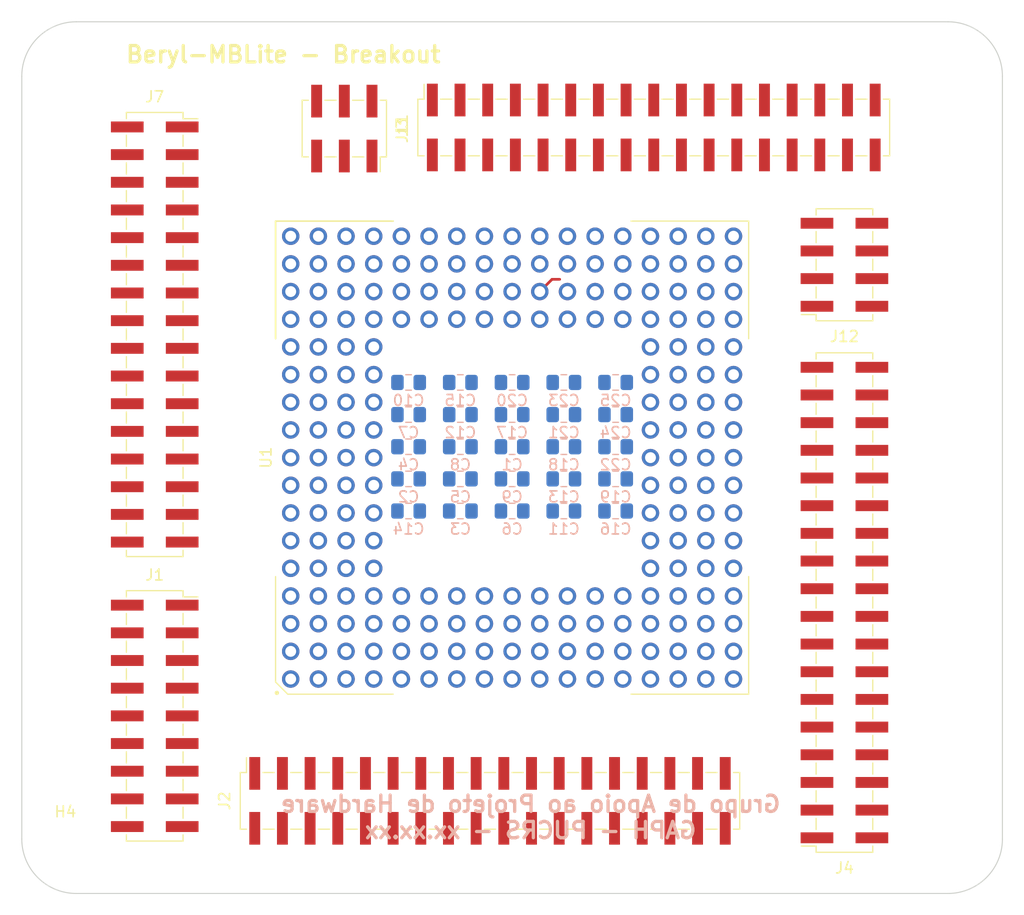
<source format=kicad_pcb>
(kicad_pcb (version 20171130) (host pcbnew 5.1.6+dfsg1-1)
  (layers (0 F.Cu signal) (1 Gnd power) (2 Pwr power) (31 B.Cu signal) (34 B.Paste user) (35 F.Paste user) (36 B.SilkS user) (37 F.SilkS user) (38 B.Mask user) (39 F.Mask user) (44 Edge.Cuts user))
  (net 0 "")
  (net 1 +1V8)
  (net 2 GND)
  (net 3 +3V3)
  (net 4 "Net-(J1-Pad17)")
  (net 5 "Net-(J1-Pad16)")
  (net 6 "Net-(J1-Pad15)")
  (net 7 "Net-(J1-Pad14)")
  (net 8 "Net-(J1-Pad13)")
  (net 9 "Net-(J1-Pad12)")
  (net 10 "Net-(J1-Pad11)")
  (net 11 "Net-(J1-Pad10)")
  (net 12 "Net-(J1-Pad9)")
  (net 13 "Net-(J1-Pad8)")
  (net 14 "Net-(J1-Pad7)")
  (net 15 "Net-(J1-Pad6)")
  (net 16 "Net-(J1-Pad5)")
  (net 17 "Net-(J1-Pad4)")
  (net 18 "Net-(J1-Pad3)")
  (net 19 "Net-(J1-Pad2)")
  (net 20 "Net-(J1-Pad1)")
  (net 21 "Net-(J2-Pad16)")
  (net 22 "Net-(J2-Pad15)")
  (net 23 "Net-(J2-Pad14)")
  (net 24 "Net-(J2-Pad13)")
  (net 25 "Net-(J2-Pad12)")
  (net 26 "Net-(J2-Pad11)")
  (net 27 "Net-(J2-Pad10)")
  (net 28 "Net-(J2-Pad9)")
  (net 29 "Net-(J2-Pad8)")
  (net 30 "Net-(J2-Pad7)")
  (net 31 "Net-(J2-Pad6)")
  (net 32 "Net-(J2-Pad5)")
  (net 33 "Net-(J2-Pad4)")
  (net 34 "Net-(J2-Pad3)")
  (net 35 "Net-(J2-Pad2)")
  (net 36 "Net-(J2-Pad1)")
  (net 37 "Net-(J3-Pad16)")
  (net 38 "Net-(J3-Pad15)")
  (net 39 "Net-(J3-Pad14)")
  (net 40 "Net-(J3-Pad13)")
  (net 41 "Net-(J3-Pad12)")
  (net 42 "Net-(J3-Pad11)")
  (net 43 "Net-(J3-Pad10)")
  (net 44 "Net-(J3-Pad9)")
  (net 45 "Net-(J3-Pad8)")
  (net 46 "Net-(J3-Pad7)")
  (net 47 "Net-(J3-Pad6)")
  (net 48 "Net-(J3-Pad5)")
  (net 49 "Net-(J3-Pad4)")
  (net 50 "Net-(J3-Pad3)")
  (net 51 "Net-(J3-Pad2)")
  (net 52 "Net-(J3-Pad1)")
  (net 53 "Net-(J4-Pad16)")
  (net 54 "Net-(J4-Pad15)")
  (net 55 "Net-(J4-Pad14)")
  (net 56 "Net-(J4-Pad13)")
  (net 57 "Net-(J4-Pad12)")
  (net 58 "Net-(J4-Pad11)")
  (net 59 "Net-(J4-Pad10)")
  (net 60 "Net-(J4-Pad9)")
  (net 61 "Net-(J4-Pad8)")
  (net 62 "Net-(J4-Pad7)")
  (net 63 "Net-(J4-Pad6)")
  (net 64 "Net-(J4-Pad5)")
  (net 65 "Net-(J4-Pad4)")
  (net 66 "Net-(J4-Pad3)")
  (net 67 "Net-(J4-Pad2)")
  (net 68 "Net-(J4-Pad1)")
  (net 69 "Net-(J7-Pad16)")
  (net 70 "Net-(J7-Pad15)")
  (net 71 "Net-(J7-Pad14)")
  (net 72 "Net-(J7-Pad13)")
  (net 73 "Net-(J7-Pad12)")
  (net 74 "Net-(J7-Pad11)")
  (net 75 "Net-(J7-Pad10)")
  (net 76 "Net-(J7-Pad9)")
  (net 77 "Net-(J7-Pad8)")
  (net 78 "Net-(J7-Pad7)")
  (net 79 "Net-(J7-Pad6)")
  (net 80 "Net-(J7-Pad5)")
  (net 81 "Net-(J7-Pad4)")
  (net 82 "Net-(J7-Pad3)")
  (net 83 "Net-(J7-Pad2)")
  (net 84 "Net-(J7-Pad1)")
  (net 85 /test_tm)
  (net 86 /test_se)
  (net 87 /int)
  (net 88 /rst)
  (net 89 /clk)
  (net 90 "Net-(J2-Pad35)")
  (net 91 "Net-(J2-Pad34)")
  (net 92 "Net-(J2-Pad33)")
  (net 93 "Net-(J2-Pad32)")
  (net 94 "Net-(J2-Pad31)")
  (net 95 "Net-(J2-Pad30)")
  (net 96 "Net-(J2-Pad29)")
  (net 97 "Net-(J2-Pad28)")
  (net 98 "Net-(J2-Pad27)")
  (net 99 "Net-(J2-Pad26)")
  (net 100 "Net-(J2-Pad25)")
  (net 101 "Net-(J2-Pad24)")
  (net 102 "Net-(J2-Pad23)")
  (net 103 "Net-(J2-Pad22)")
  (net 104 "Net-(J2-Pad21)")
  (net 105 "Net-(J2-Pad20)")
  (net 106 "Net-(J2-Pad19)")
  (net 107 "Net-(J2-Pad18)")
  (net 108 "Net-(J2-Pad17)")
  (net 109 "Net-(J3-Pad34)")
  (net 110 "Net-(J3-Pad33)")
  (net 111 "Net-(J3-Pad32)")
  (net 112 "Net-(J3-Pad31)")
  (net 113 "Net-(J3-Pad30)")
  (net 114 "Net-(J3-Pad29)")
  (net 115 "Net-(J3-Pad28)")
  (net 116 "Net-(J3-Pad27)")
  (net 117 "Net-(J3-Pad26)")
  (net 118 "Net-(J3-Pad25)")
  (net 119 "Net-(J3-Pad24)")
  (net 120 "Net-(J3-Pad23)")
  (net 121 "Net-(J3-Pad22)")
  (net 122 "Net-(J3-Pad21)")
  (net 123 "Net-(J3-Pad20)")
  (net 124 "Net-(J3-Pad19)")
  (net 125 "Net-(J3-Pad18)")
  (net 126 "Net-(J3-Pad17)")
  (net 127 "Net-(J4-Pad35)")
  (net 128 "Net-(J4-Pad34)")
  (net 129 "Net-(J4-Pad33)")
  (net 130 "Net-(J4-Pad32)")
  (net 131 "Net-(J4-Pad31)")
  (net 132 "Net-(J4-Pad30)")
  (net 133 "Net-(J4-Pad29)")
  (net 134 "Net-(J4-Pad28)")
  (net 135 "Net-(J4-Pad27)")
  (net 136 "Net-(J4-Pad26)")
  (net 137 "Net-(J4-Pad25)")
  (net 138 "Net-(J4-Pad24)")
  (net 139 "Net-(J4-Pad23)")
  (net 140 "Net-(J4-Pad22)")
  (net 141 "Net-(J4-Pad21)")
  (net 142 "Net-(J4-Pad20)")
  (net 143 "Net-(J4-Pad19)")
  (net 144 "Net-(J4-Pad18)")
  (net 145 "Net-(J4-Pad17)")
  (net 146 "Net-(J7-Pad32)")
  (net 147 "Net-(J7-Pad31)")
  (net 148 "Net-(J7-Pad30)")
  (net 149 "Net-(J7-Pad29)")
  (net 150 "Net-(J7-Pad28)")
  (net 151 "Net-(J7-Pad27)")
  (net 152 "Net-(J7-Pad26)")
  (net 153 "Net-(J7-Pad25)")
  (net 154 "Net-(J7-Pad24)")
  (net 155 "Net-(J7-Pad23)")
  (net 156 "Net-(J7-Pad22)")
  (net 157 "Net-(J7-Pad21)")
  (net 158 "Net-(J7-Pad20)")
  (net 159 "Net-(J7-Pad19)")
  (net 160 "Net-(J7-Pad18)")
  (net 161 "Net-(J7-Pad17)")
  (module Capacitor_SMD:C_0805_2012Metric_Pad1.15x1.40mm_HandSolder (layer B.Cu) (at 160.5 89.1)
    (fp_text reference C25 (at 0 1.65) (layer B.SilkS) (effects (justify mirror)))
    (fp_text value 100n)
    (pad 2 smd roundrect (at 1.025 0) (size 1.15 1.4) (layers B.Cu B.Paste B.Mask) (roundrect_rratio 0.217391) (net 2 GND))
    (pad 1 smd roundrect (at -1.025 0) (size 1.15 1.4) (layers B.Cu B.Paste B.Mask) (roundrect_rratio 0.217391) (net 1 +1V8))
  )
  (module Capacitor_SMD:C_0805_2012Metric_Pad1.15x1.40mm_HandSolder (layer B.Cu) (at 160.5 92.05)
    (fp_text reference C24 (at 0 1.65) (layer B.SilkS) (effects (justify mirror)))
    (fp_text value 100n)
    (pad 2 smd roundrect (at 1.025 0) (size 1.15 1.4) (layers B.Cu B.Paste B.Mask) (roundrect_rratio 0.217391) (net 2 GND))
    (pad 1 smd roundrect (at -1.025 0) (size 1.15 1.4) (layers B.Cu B.Paste B.Mask) (roundrect_rratio 0.217391) (net 1 +1V8))
  )
  (module Capacitor_SMD:C_0805_2012Metric_Pad1.15x1.40mm_HandSolder (layer B.Cu) (at 155.75 89.1)
    (fp_text reference C23 (at 0 1.65) (layer B.SilkS) (effects (justify mirror)))
    (fp_text value 100n)
    (pad 2 smd roundrect (at 1.025 0) (size 1.15 1.4) (layers B.Cu B.Paste B.Mask) (roundrect_rratio 0.217391) (net 2 GND))
    (pad 1 smd roundrect (at -1.025 0) (size 1.15 1.4) (layers B.Cu B.Paste B.Mask) (roundrect_rratio 0.217391) (net 1 +1V8))
  )
  (module Capacitor_SMD:C_0805_2012Metric_Pad1.15x1.40mm_HandSolder (layer B.Cu) (at 160.5 95)
    (fp_text reference C22 (at 0 1.65) (layer B.SilkS) (effects (justify mirror)))
    (fp_text value 100n)
    (pad 2 smd roundrect (at 1.025 0) (size 1.15 1.4) (layers B.Cu B.Paste B.Mask) (roundrect_rratio 0.217391) (net 2 GND))
    (pad 1 smd roundrect (at -1.025 0) (size 1.15 1.4) (layers B.Cu B.Paste B.Mask) (roundrect_rratio 0.217391) (net 1 +1V8))
  )
  (module Capacitor_SMD:C_0805_2012Metric_Pad1.15x1.40mm_HandSolder (layer B.Cu) (at 155.75 92.05)
    (fp_text reference C21 (at 0 1.65) (layer B.SilkS) (effects (justify mirror)))
    (fp_text value 100n)
    (pad 2 smd roundrect (at 1.025 0) (size 1.15 1.4) (layers B.Cu B.Paste B.Mask) (roundrect_rratio 0.217391) (net 2 GND))
    (pad 1 smd roundrect (at -1.025 0) (size 1.15 1.4) (layers B.Cu B.Paste B.Mask) (roundrect_rratio 0.217391) (net 1 +1V8))
  )
  (module Capacitor_SMD:C_0805_2012Metric_Pad1.15x1.40mm_HandSolder (layer B.Cu) (at 151 89.1)
    (fp_text reference C20 (at 0 1.65) (layer B.SilkS) (effects (justify mirror)))
    (fp_text value 100n)
    (pad 2 smd roundrect (at 1.025 0) (size 1.15 1.4) (layers B.Cu B.Paste B.Mask) (roundrect_rratio 0.217391) (net 2 GND))
    (pad 1 smd roundrect (at -1.025 0) (size 1.15 1.4) (layers B.Cu B.Paste B.Mask) (roundrect_rratio 0.217391) (net 1 +1V8))
  )
  (module Capacitor_SMD:C_0805_2012Metric_Pad1.15x1.40mm_HandSolder (layer B.Cu) (at 160.5 97.95)
    (fp_text reference C19 (at 0 1.65) (layer B.SilkS) (effects (justify mirror)))
    (fp_text value 100n)
    (pad 2 smd roundrect (at 1.025 0) (size 1.15 1.4) (layers B.Cu B.Paste B.Mask) (roundrect_rratio 0.217391) (net 2 GND))
    (pad 1 smd roundrect (at -1.025 0) (size 1.15 1.4) (layers B.Cu B.Paste B.Mask) (roundrect_rratio 0.217391) (net 1 +1V8))
  )
  (module Capacitor_SMD:C_0805_2012Metric_Pad1.15x1.40mm_HandSolder (layer B.Cu) (at 155.75 95)
    (fp_text reference C18 (at 0 1.65) (layer B.SilkS) (effects (justify mirror)))
    (fp_text value 100n)
    (pad 2 smd roundrect (at 1.025 0) (size 1.15 1.4) (layers B.Cu B.Paste B.Mask) (roundrect_rratio 0.217391) (net 2 GND))
    (pad 1 smd roundrect (at -1.025 0) (size 1.15 1.4) (layers B.Cu B.Paste B.Mask) (roundrect_rratio 0.217391) (net 1 +1V8))
  )
  (module Capacitor_SMD:C_0805_2012Metric_Pad1.15x1.40mm_HandSolder (layer B.Cu) (at 151 92.05)
    (fp_text reference C17 (at 0 1.65) (layer B.SilkS) (effects (justify mirror)))
    (fp_text value 100n)
    (pad 2 smd roundrect (at 1.025 0) (size 1.15 1.4) (layers B.Cu B.Paste B.Mask) (roundrect_rratio 0.217391) (net 2 GND))
    (pad 1 smd roundrect (at -1.025 0) (size 1.15 1.4) (layers B.Cu B.Paste B.Mask) (roundrect_rratio 0.217391) (net 1 +1V8))
  )
  (module Capacitor_SMD:C_0805_2012Metric_Pad1.15x1.40mm_HandSolder (layer B.Cu) (at 160.5 100.9)
    (fp_text reference C16 (at 0 1.65) (layer B.SilkS) (effects (justify mirror)))
    (fp_text value 100n)
    (pad 2 smd roundrect (at 1.025 0) (size 1.15 1.4) (layers B.Cu B.Paste B.Mask) (roundrect_rratio 0.217391) (net 2 GND))
    (pad 1 smd roundrect (at -1.025 0) (size 1.15 1.4) (layers B.Cu B.Paste B.Mask) (roundrect_rratio 0.217391) (net 1 +1V8))
  )
  (module Capacitor_SMD:C_0805_2012Metric_Pad1.15x1.40mm_HandSolder (layer B.Cu) (at 146.25 89.1)
    (fp_text reference C15 (at 0 1.65) (layer B.SilkS) (effects (justify mirror)))
    (fp_text value 100n)
    (pad 2 smd roundrect (at 1.025 0) (size 1.15 1.4) (layers B.Cu B.Paste B.Mask) (roundrect_rratio 0.217391) (net 2 GND))
    (pad 1 smd roundrect (at -1.025 0) (size 1.15 1.4) (layers B.Cu B.Paste B.Mask) (roundrect_rratio 0.217391) (net 1 +1V8))
  )
  (module Capacitor_SMD:C_0805_2012Metric_Pad1.15x1.40mm_HandSolder (layer B.Cu) (at 141.5 100.9)
    (fp_text reference C14 (at 0 1.65) (layer B.SilkS) (effects (justify mirror)))
    (fp_text value 100n)
    (pad 2 smd roundrect (at 1.025 0) (size 1.15 1.4) (layers B.Cu B.Paste B.Mask) (roundrect_rratio 0.217391) (net 2 GND))
    (pad 1 smd roundrect (at -1.025 0) (size 1.15 1.4) (layers B.Cu B.Paste B.Mask) (roundrect_rratio 0.217391) (net 1 +1V8))
  )
  (module Capacitor_SMD:C_0805_2012Metric_Pad1.15x1.40mm_HandSolder (layer B.Cu) (at 155.75 97.95)
    (fp_text reference C13 (at 0 1.65) (layer B.SilkS) (effects (justify mirror)))
    (fp_text value 100n)
    (pad 2 smd roundrect (at 1.025 0) (size 1.15 1.4) (layers B.Cu B.Paste B.Mask) (roundrect_rratio 0.217391) (net 2 GND))
    (pad 1 smd roundrect (at -1.025 0) (size 1.15 1.4) (layers B.Cu B.Paste B.Mask) (roundrect_rratio 0.217391) (net 1 +1V8))
  )
  (module Capacitor_SMD:C_0805_2012Metric_Pad1.15x1.40mm_HandSolder (layer B.Cu) (at 146.25 92.05)
    (fp_text reference C12 (at 0 1.65) (layer B.SilkS) (effects (justify mirror)))
    (fp_text value 100n)
    (pad 2 smd roundrect (at 1.025 0) (size 1.15 1.4) (layers B.Cu B.Paste B.Mask) (roundrect_rratio 0.217391) (net 2 GND))
    (pad 1 smd roundrect (at -1.025 0) (size 1.15 1.4) (layers B.Cu B.Paste B.Mask) (roundrect_rratio 0.217391) (net 1 +1V8))
  )
  (module Capacitor_SMD:C_0805_2012Metric_Pad1.15x1.40mm_HandSolder (layer B.Cu) (at 155.75 100.9)
    (fp_text reference C11 (at 0 1.65) (layer B.SilkS) (effects (justify mirror)))
    (fp_text value 100n)
    (pad 2 smd roundrect (at 1.025 0) (size 1.15 1.4) (layers B.Cu B.Paste B.Mask) (roundrect_rratio 0.217391) (net 2 GND))
    (pad 1 smd roundrect (at -1.025 0) (size 1.15 1.4) (layers B.Cu B.Paste B.Mask) (roundrect_rratio 0.217391) (net 1 +1V8))
  )
  (module Capacitor_SMD:C_0805_2012Metric_Pad1.15x1.40mm_HandSolder (layer B.Cu) (at 141.5 89.1)
    (fp_text reference C10 (at 0 1.65) (layer B.SilkS) (effects (justify mirror)))
    (fp_text value 100n)
    (pad 2 smd roundrect (at 1.025 0) (size 1.15 1.4) (layers B.Cu B.Paste B.Mask) (roundrect_rratio 0.217391) (net 2 GND))
    (pad 1 smd roundrect (at -1.025 0) (size 1.15 1.4) (layers B.Cu B.Paste B.Mask) (roundrect_rratio 0.217391) (net 3 +3V3))
  )
  (module Capacitor_SMD:C_0805_2012Metric_Pad1.15x1.40mm_HandSolder (layer B.Cu) (at 151 97.95)
    (fp_text reference C9 (at 0 1.65) (layer B.SilkS) (effects (justify mirror)))
    (fp_text value 100n)
    (pad 2 smd roundrect (at 1.025 0) (size 1.15 1.4) (layers B.Cu B.Paste B.Mask) (roundrect_rratio 0.217391) (net 2 GND))
    (pad 1 smd roundrect (at -1.025 0) (size 1.15 1.4) (layers B.Cu B.Paste B.Mask) (roundrect_rratio 0.217391) (net 3 +3V3))
  )
  (module Capacitor_SMD:C_0805_2012Metric_Pad1.15x1.40mm_HandSolder (layer B.Cu) (at 146.25 95)
    (fp_text reference C8 (at 0 1.65) (layer B.SilkS) (effects (justify mirror)))
    (fp_text value 100n)
    (pad 2 smd roundrect (at 1.025 0) (size 1.15 1.4) (layers B.Cu B.Paste B.Mask) (roundrect_rratio 0.217391) (net 2 GND))
    (pad 1 smd roundrect (at -1.025 0) (size 1.15 1.4) (layers B.Cu B.Paste B.Mask) (roundrect_rratio 0.217391) (net 3 +3V3))
  )
  (module Capacitor_SMD:C_0805_2012Metric_Pad1.15x1.40mm_HandSolder (layer B.Cu) (at 141.5 92.05)
    (fp_text reference C7 (at 0 1.65) (layer B.SilkS) (effects (justify mirror)))
    (fp_text value 100n)
    (pad 2 smd roundrect (at 1.025 0) (size 1.15 1.4) (layers B.Cu B.Paste B.Mask) (roundrect_rratio 0.217391) (net 2 GND))
    (pad 1 smd roundrect (at -1.025 0) (size 1.15 1.4) (layers B.Cu B.Paste B.Mask) (roundrect_rratio 0.217391) (net 3 +3V3))
  )
  (module Capacitor_SMD:C_0805_2012Metric_Pad1.15x1.40mm_HandSolder (layer B.Cu) (at 151 100.9)
    (fp_text reference C6 (at 0 1.65) (layer B.SilkS) (effects (justify mirror)))
    (fp_text value 100n)
    (pad 2 smd roundrect (at 1.025 0) (size 1.15 1.4) (layers B.Cu B.Paste B.Mask) (roundrect_rratio 0.217391) (net 2 GND))
    (pad 1 smd roundrect (at -1.025 0) (size 1.15 1.4) (layers B.Cu B.Paste B.Mask) (roundrect_rratio 0.217391) (net 3 +3V3))
  )
  (module Capacitor_SMD:C_0805_2012Metric_Pad1.15x1.40mm_HandSolder (layer B.Cu) (at 146.25 97.95)
    (fp_text reference C5 (at 0 1.65) (layer B.SilkS) (effects (justify mirror)))
    (fp_text value 100n)
    (pad 2 smd roundrect (at 1.025 0) (size 1.15 1.4) (layers B.Cu B.Paste B.Mask) (roundrect_rratio 0.217391) (net 2 GND))
    (pad 1 smd roundrect (at -1.025 0) (size 1.15 1.4) (layers B.Cu B.Paste B.Mask) (roundrect_rratio 0.217391) (net 3 +3V3))
  )
  (module Capacitor_SMD:C_0805_2012Metric_Pad1.15x1.40mm_HandSolder (layer B.Cu) (at 141.5 95)
    (fp_text reference C4 (at 0 1.65) (layer B.SilkS) (effects (justify mirror)))
    (fp_text value 100n)
    (pad 2 smd roundrect (at 1.025 0) (size 1.15 1.4) (layers B.Cu B.Paste B.Mask) (roundrect_rratio 0.217391) (net 2 GND))
    (pad 1 smd roundrect (at -1.025 0) (size 1.15 1.4) (layers B.Cu B.Paste B.Mask) (roundrect_rratio 0.217391) (net 3 +3V3))
  )
  (module Capacitor_SMD:C_0805_2012Metric_Pad1.15x1.40mm_HandSolder (layer B.Cu) (at 146.25 100.9)
    (fp_text reference C3 (at 0 1.65) (layer B.SilkS) (effects (justify mirror)))
    (fp_text value 100n)
    (pad 2 smd roundrect (at 1.025 0) (size 1.15 1.4) (layers B.Cu B.Paste B.Mask) (roundrect_rratio 0.217391) (net 2 GND))
    (pad 1 smd roundrect (at -1.025 0) (size 1.15 1.4) (layers B.Cu B.Paste B.Mask) (roundrect_rratio 0.217391) (net 3 +3V3))
  )
  (module Capacitor_SMD:C_0805_2012Metric_Pad1.15x1.40mm_HandSolder (layer B.Cu) (at 141.5 97.95)
    (fp_text reference C2 (at 0 1.65) (layer B.SilkS) (effects (justify mirror)))
    (fp_text value 100n)
    (pad 2 smd roundrect (at 1.025 0) (size 1.15 1.4) (layers B.Cu B.Paste B.Mask) (roundrect_rratio 0.217391) (net 2 GND))
    (pad 1 smd roundrect (at -1.025 0) (size 1.15 1.4) (layers B.Cu B.Paste B.Mask) (roundrect_rratio 0.217391) (net 3 +3V3))
  )
  (module Capacitor_SMD:C_0805_2012Metric_Pad1.15x1.40mm_HandSolder (layer B.Cu) (at 151 95)
    (fp_text reference C1 (at 0 1.65) (layer B.SilkS) (effects (justify mirror)))
    (fp_text value 100n)
    (pad 2 smd roundrect (at 1.025 0) (size 1.15 1.4) (layers B.Cu B.Paste B.Mask) (roundrect_rratio 0.217391) (net 2 GND))
    (pad 1 smd roundrect (at -1.025 0) (size 1.15 1.4) (layers B.Cu B.Paste B.Mask) (roundrect_rratio 0.217391) (net 3 +3V3))
  )
  (module Connector_PinSocket_2.54mm:PinSocket_2x04_P2.54mm_Vertical_SMD (layer F.Cu) (at 181.5 78.3 180)
    (fp_text reference J12 (at 0 -6.58) (layer F.SilkS))
    (fp_text value power)
    (pad 8 smd rect (at -2.52 3.81 180) (size 3 1) (layers F.Cu F.Paste F.Mask) (net 2 GND))
    (pad 7 smd rect (at 2.52 3.81 180) (size 3 1) (layers F.Cu F.Paste F.Mask) (net 2 GND))
    (pad 6 smd rect (at -2.52 1.27 180) (size 3 1) (layers F.Cu F.Paste F.Mask) (net 2 GND))
    (pad 5 smd rect (at 2.52 1.27 180) (size 3 1) (layers F.Cu F.Paste F.Mask) (net 2 GND))
    (pad 4 smd rect (at -2.52 -1.27 180) (size 3 1) (layers F.Cu F.Paste F.Mask) (net 1 +1V8))
    (pad 3 smd rect (at 2.52 -1.27 180) (size 3 1) (layers F.Cu F.Paste F.Mask) (net 1 +1V8))
    (pad 2 smd rect (at -2.52 -3.81 180) (size 3 1) (layers F.Cu F.Paste F.Mask) (net 3 +3V3))
    (pad 1 smd rect (at 2.52 -3.81 180) (size 3 1) (layers F.Cu F.Paste F.Mask) (net 3 +3V3))
  )
  (module MountingHole:MountingHole_2.5mm (layer F.Cu) (at 110 132)
    (fp_text reference H4 (at 0 -3.5) (layer F.SilkS))
    (fp_text value MountingHole)
    (pad 1 np_thru_hole circle (at 0 0) (size 2.5 2.5) (drill 2.5) (layers *.Cu *.Mask))
  )
  (module Connector_PinSocket_2.54mm:PinSocket_2x03_P2.54mm_Vertical_SMD (layer F.Cu) (at 135.6 65.8 270)
    (fp_text reference J11 (at 0 -5.31 90) (layer F.SilkS))
    (fp_text value base)
    (pad 6 smd rect (at -2.52 2.54 270) (size 3 1) (layers F.Cu F.Paste F.Mask) (net 2 GND))
    (pad 5 smd rect (at 2.52 2.54 270) (size 3 1) (layers F.Cu F.Paste F.Mask) (net 85 /test_tm))
    (pad 4 smd rect (at -2.52 0 270) (size 3 1) (layers F.Cu F.Paste F.Mask) (net 86 /test_se))
    (pad 3 smd rect (at 2.52 0 270) (size 3 1) (layers F.Cu F.Paste F.Mask) (net 87 /int))
    (pad 2 smd rect (at -2.52 -2.54 270) (size 3 1) (layers F.Cu F.Paste F.Mask) (net 88 /rst))
    (pad 1 smd rect (at 2.52 -2.54 270) (size 3 1) (layers F.Cu F.Paste F.Mask) (net 89 /clk))
  )
  (module Connector_PinSocket_2.54mm:PinSocket_2x09_P2.54mm_Vertical_SMD (layer F.Cu) (at 118.2 119.7)
    (fp_text reference J1 (at 0 -12.93) (layer F.SilkS))
    (fp_text value chip_inst_mem_o)
    (pad 18 smd rect (at -2.52 10.16) (size 3 1) (layers F.Cu F.Paste F.Mask))
    (pad 17 smd rect (at 2.52 10.16) (size 3 1) (layers F.Cu F.Paste F.Mask) (net 4 "Net-(J1-Pad17)"))
    (pad 16 smd rect (at -2.52 7.62) (size 3 1) (layers F.Cu F.Paste F.Mask) (net 5 "Net-(J1-Pad16)"))
    (pad 15 smd rect (at 2.52 7.62) (size 3 1) (layers F.Cu F.Paste F.Mask) (net 6 "Net-(J1-Pad15)"))
    (pad 14 smd rect (at -2.52 5.08) (size 3 1) (layers F.Cu F.Paste F.Mask) (net 7 "Net-(J1-Pad14)"))
    (pad 13 smd rect (at 2.52 5.08) (size 3 1) (layers F.Cu F.Paste F.Mask) (net 8 "Net-(J1-Pad13)"))
    (pad 12 smd rect (at -2.52 2.54) (size 3 1) (layers F.Cu F.Paste F.Mask) (net 9 "Net-(J1-Pad12)"))
    (pad 11 smd rect (at 2.52 2.54) (size 3 1) (layers F.Cu F.Paste F.Mask) (net 10 "Net-(J1-Pad11)"))
    (pad 10 smd rect (at -2.52 0) (size 3 1) (layers F.Cu F.Paste F.Mask) (net 11 "Net-(J1-Pad10)"))
    (pad 9 smd rect (at 2.52 0) (size 3 1) (layers F.Cu F.Paste F.Mask) (net 12 "Net-(J1-Pad9)"))
    (pad 8 smd rect (at -2.52 -2.54) (size 3 1) (layers F.Cu F.Paste F.Mask) (net 13 "Net-(J1-Pad8)"))
    (pad 7 smd rect (at 2.52 -2.54) (size 3 1) (layers F.Cu F.Paste F.Mask) (net 14 "Net-(J1-Pad7)"))
    (pad 6 smd rect (at -2.52 -5.08) (size 3 1) (layers F.Cu F.Paste F.Mask) (net 15 "Net-(J1-Pad6)"))
    (pad 5 smd rect (at 2.52 -5.08) (size 3 1) (layers F.Cu F.Paste F.Mask) (net 16 "Net-(J1-Pad5)"))
    (pad 4 smd rect (at -2.52 -7.62) (size 3 1) (layers F.Cu F.Paste F.Mask) (net 17 "Net-(J1-Pad4)"))
    (pad 3 smd rect (at 2.52 -7.62) (size 3 1) (layers F.Cu F.Paste F.Mask) (net 18 "Net-(J1-Pad3)"))
    (pad 2 smd rect (at -2.52 -10.16) (size 3 1) (layers F.Cu F.Paste F.Mask) (net 19 "Net-(J1-Pad2)"))
    (pad 1 smd rect (at 2.52 -10.16) (size 3 1) (layers F.Cu F.Paste F.Mask) (net 20 "Net-(J1-Pad1)"))
  )
  (module Connector_PinSocket_2.54mm:PinSocket_2x18_P2.54mm_Vertical_SMD (layer F.Cu) (at 181.5 109.3 180)
    (fp_text reference J4 (at 0 -24.36) (layer F.SilkS))
    (fp_text value chip_data_mem_o_1)
    (pad 36 smd rect (at -2.52 21.59 180) (size 3 1) (layers F.Cu F.Paste F.Mask))
    (pad 35 smd rect (at 2.52 21.59 180) (size 3 1) (layers F.Cu F.Paste F.Mask) (net 127 "Net-(J4-Pad35)"))
    (pad 34 smd rect (at -2.52 19.05 180) (size 3 1) (layers F.Cu F.Paste F.Mask) (net 128 "Net-(J4-Pad34)"))
    (pad 33 smd rect (at 2.52 19.05 180) (size 3 1) (layers F.Cu F.Paste F.Mask) (net 129 "Net-(J4-Pad33)"))
    (pad 32 smd rect (at -2.52 16.51 180) (size 3 1) (layers F.Cu F.Paste F.Mask) (net 130 "Net-(J4-Pad32)"))
    (pad 31 smd rect (at 2.52 16.51 180) (size 3 1) (layers F.Cu F.Paste F.Mask) (net 131 "Net-(J4-Pad31)"))
    (pad 30 smd rect (at -2.52 13.97 180) (size 3 1) (layers F.Cu F.Paste F.Mask) (net 132 "Net-(J4-Pad30)"))
    (pad 29 smd rect (at 2.52 13.97 180) (size 3 1) (layers F.Cu F.Paste F.Mask) (net 133 "Net-(J4-Pad29)"))
    (pad 28 smd rect (at -2.52 11.43 180) (size 3 1) (layers F.Cu F.Paste F.Mask) (net 134 "Net-(J4-Pad28)"))
    (pad 27 smd rect (at 2.52 11.43 180) (size 3 1) (layers F.Cu F.Paste F.Mask) (net 135 "Net-(J4-Pad27)"))
    (pad 26 smd rect (at -2.52 8.89 180) (size 3 1) (layers F.Cu F.Paste F.Mask) (net 136 "Net-(J4-Pad26)"))
    (pad 25 smd rect (at 2.52 8.89 180) (size 3 1) (layers F.Cu F.Paste F.Mask) (net 137 "Net-(J4-Pad25)"))
    (pad 24 smd rect (at -2.52 6.35 180) (size 3 1) (layers F.Cu F.Paste F.Mask) (net 138 "Net-(J4-Pad24)"))
    (pad 23 smd rect (at 2.52 6.35 180) (size 3 1) (layers F.Cu F.Paste F.Mask) (net 139 "Net-(J4-Pad23)"))
    (pad 22 smd rect (at -2.52 3.81 180) (size 3 1) (layers F.Cu F.Paste F.Mask) (net 140 "Net-(J4-Pad22)"))
    (pad 21 smd rect (at 2.52 3.81 180) (size 3 1) (layers F.Cu F.Paste F.Mask) (net 141 "Net-(J4-Pad21)"))
    (pad 20 smd rect (at -2.52 1.27 180) (size 3 1) (layers F.Cu F.Paste F.Mask) (net 142 "Net-(J4-Pad20)"))
    (pad 19 smd rect (at 2.52 1.27 180) (size 3 1) (layers F.Cu F.Paste F.Mask) (net 143 "Net-(J4-Pad19)"))
    (pad 18 smd rect (at -2.52 -1.27 180) (size 3 1) (layers F.Cu F.Paste F.Mask) (net 144 "Net-(J4-Pad18)"))
    (pad 17 smd rect (at 2.52 -1.27 180) (size 3 1) (layers F.Cu F.Paste F.Mask) (net 145 "Net-(J4-Pad17)"))
    (pad 16 smd rect (at -2.52 -3.81 180) (size 3 1) (layers F.Cu F.Paste F.Mask) (net 53 "Net-(J4-Pad16)"))
    (pad 15 smd rect (at 2.52 -3.81 180) (size 3 1) (layers F.Cu F.Paste F.Mask) (net 54 "Net-(J4-Pad15)"))
    (pad 14 smd rect (at -2.52 -6.35 180) (size 3 1) (layers F.Cu F.Paste F.Mask) (net 55 "Net-(J4-Pad14)"))
    (pad 13 smd rect (at 2.52 -6.35 180) (size 3 1) (layers F.Cu F.Paste F.Mask) (net 56 "Net-(J4-Pad13)"))
    (pad 12 smd rect (at -2.52 -8.89 180) (size 3 1) (layers F.Cu F.Paste F.Mask) (net 57 "Net-(J4-Pad12)"))
    (pad 11 smd rect (at 2.52 -8.89 180) (size 3 1) (layers F.Cu F.Paste F.Mask) (net 58 "Net-(J4-Pad11)"))
    (pad 10 smd rect (at -2.52 -11.43 180) (size 3 1) (layers F.Cu F.Paste F.Mask) (net 59 "Net-(J4-Pad10)"))
    (pad 9 smd rect (at 2.52 -11.43 180) (size 3 1) (layers F.Cu F.Paste F.Mask) (net 60 "Net-(J4-Pad9)"))
    (pad 8 smd rect (at -2.52 -13.97 180) (size 3 1) (layers F.Cu F.Paste F.Mask) (net 61 "Net-(J4-Pad8)"))
    (pad 7 smd rect (at 2.52 -13.97 180) (size 3 1) (layers F.Cu F.Paste F.Mask) (net 62 "Net-(J4-Pad7)"))
    (pad 6 smd rect (at -2.52 -16.51 180) (size 3 1) (layers F.Cu F.Paste F.Mask) (net 63 "Net-(J4-Pad6)"))
    (pad 5 smd rect (at 2.52 -16.51 180) (size 3 1) (layers F.Cu F.Paste F.Mask) (net 64 "Net-(J4-Pad5)"))
    (pad 4 smd rect (at -2.52 -19.05 180) (size 3 1) (layers F.Cu F.Paste F.Mask) (net 65 "Net-(J4-Pad4)"))
    (pad 3 smd rect (at 2.52 -19.05 180) (size 3 1) (layers F.Cu F.Paste F.Mask) (net 66 "Net-(J4-Pad3)"))
    (pad 2 smd rect (at -2.52 -21.59 180) (size 3 1) (layers F.Cu F.Paste F.Mask) (net 67 "Net-(J4-Pad2)"))
    (pad 1 smd rect (at 2.52 -21.59 180) (size 3 1) (layers F.Cu F.Paste F.Mask) (net 68 "Net-(J4-Pad1)"))
  )
  (module Connector_PinSocket_2.54mm:PinSocket_2x18_P2.54mm_Vertical_SMD (layer F.Cu) (at 148.97 127.5 90)
    (fp_text reference J2 (at 0 -24.36 90) (layer F.SilkS))
    (fp_text value chip_data_mem_o_1)
    (pad 36 smd rect (at -2.52 21.59 90) (size 3 1) (layers F.Cu F.Paste F.Mask))
    (pad 35 smd rect (at 2.52 21.59 90) (size 3 1) (layers F.Cu F.Paste F.Mask) (net 90 "Net-(J2-Pad35)"))
    (pad 34 smd rect (at -2.52 19.05 90) (size 3 1) (layers F.Cu F.Paste F.Mask) (net 91 "Net-(J2-Pad34)"))
    (pad 33 smd rect (at 2.52 19.05 90) (size 3 1) (layers F.Cu F.Paste F.Mask) (net 92 "Net-(J2-Pad33)"))
    (pad 32 smd rect (at -2.52 16.51 90) (size 3 1) (layers F.Cu F.Paste F.Mask) (net 93 "Net-(J2-Pad32)"))
    (pad 31 smd rect (at 2.52 16.51 90) (size 3 1) (layers F.Cu F.Paste F.Mask) (net 94 "Net-(J2-Pad31)"))
    (pad 30 smd rect (at -2.52 13.97 90) (size 3 1) (layers F.Cu F.Paste F.Mask) (net 95 "Net-(J2-Pad30)"))
    (pad 29 smd rect (at 2.52 13.97 90) (size 3 1) (layers F.Cu F.Paste F.Mask) (net 96 "Net-(J2-Pad29)"))
    (pad 28 smd rect (at -2.52 11.43 90) (size 3 1) (layers F.Cu F.Paste F.Mask) (net 97 "Net-(J2-Pad28)"))
    (pad 27 smd rect (at 2.52 11.43 90) (size 3 1) (layers F.Cu F.Paste F.Mask) (net 98 "Net-(J2-Pad27)"))
    (pad 26 smd rect (at -2.52 8.89 90) (size 3 1) (layers F.Cu F.Paste F.Mask) (net 99 "Net-(J2-Pad26)"))
    (pad 25 smd rect (at 2.52 8.89 90) (size 3 1) (layers F.Cu F.Paste F.Mask) (net 100 "Net-(J2-Pad25)"))
    (pad 24 smd rect (at -2.52 6.35 90) (size 3 1) (layers F.Cu F.Paste F.Mask) (net 101 "Net-(J2-Pad24)"))
    (pad 23 smd rect (at 2.52 6.35 90) (size 3 1) (layers F.Cu F.Paste F.Mask) (net 102 "Net-(J2-Pad23)"))
    (pad 22 smd rect (at -2.52 3.81 90) (size 3 1) (layers F.Cu F.Paste F.Mask) (net 103 "Net-(J2-Pad22)"))
    (pad 21 smd rect (at 2.52 3.81 90) (size 3 1) (layers F.Cu F.Paste F.Mask) (net 104 "Net-(J2-Pad21)"))
    (pad 20 smd rect (at -2.52 1.27 90) (size 3 1) (layers F.Cu F.Paste F.Mask) (net 105 "Net-(J2-Pad20)"))
    (pad 19 smd rect (at 2.52 1.27 90) (size 3 1) (layers F.Cu F.Paste F.Mask) (net 106 "Net-(J2-Pad19)"))
    (pad 18 smd rect (at -2.52 -1.27 90) (size 3 1) (layers F.Cu F.Paste F.Mask) (net 107 "Net-(J2-Pad18)"))
    (pad 17 smd rect (at 2.52 -1.27 90) (size 3 1) (layers F.Cu F.Paste F.Mask) (net 108 "Net-(J2-Pad17)"))
    (pad 16 smd rect (at -2.52 -3.81 90) (size 3 1) (layers F.Cu F.Paste F.Mask) (net 21 "Net-(J2-Pad16)"))
    (pad 15 smd rect (at 2.52 -3.81 90) (size 3 1) (layers F.Cu F.Paste F.Mask) (net 22 "Net-(J2-Pad15)"))
    (pad 14 smd rect (at -2.52 -6.35 90) (size 3 1) (layers F.Cu F.Paste F.Mask) (net 23 "Net-(J2-Pad14)"))
    (pad 13 smd rect (at 2.52 -6.35 90) (size 3 1) (layers F.Cu F.Paste F.Mask) (net 24 "Net-(J2-Pad13)"))
    (pad 12 smd rect (at -2.52 -8.89 90) (size 3 1) (layers F.Cu F.Paste F.Mask) (net 25 "Net-(J2-Pad12)"))
    (pad 11 smd rect (at 2.52 -8.89 90) (size 3 1) (layers F.Cu F.Paste F.Mask) (net 26 "Net-(J2-Pad11)"))
    (pad 10 smd rect (at -2.52 -11.43 90) (size 3 1) (layers F.Cu F.Paste F.Mask) (net 27 "Net-(J2-Pad10)"))
    (pad 9 smd rect (at 2.52 -11.43 90) (size 3 1) (layers F.Cu F.Paste F.Mask) (net 28 "Net-(J2-Pad9)"))
    (pad 8 smd rect (at -2.52 -13.97 90) (size 3 1) (layers F.Cu F.Paste F.Mask) (net 29 "Net-(J2-Pad8)"))
    (pad 7 smd rect (at 2.52 -13.97 90) (size 3 1) (layers F.Cu F.Paste F.Mask) (net 30 "Net-(J2-Pad7)"))
    (pad 6 smd rect (at -2.52 -16.51 90) (size 3 1) (layers F.Cu F.Paste F.Mask) (net 31 "Net-(J2-Pad6)"))
    (pad 5 smd rect (at 2.52 -16.51 90) (size 3 1) (layers F.Cu F.Paste F.Mask) (net 32 "Net-(J2-Pad5)"))
    (pad 4 smd rect (at -2.52 -19.05 90) (size 3 1) (layers F.Cu F.Paste F.Mask) (net 33 "Net-(J2-Pad4)"))
    (pad 3 smd rect (at 2.52 -19.05 90) (size 3 1) (layers F.Cu F.Paste F.Mask) (net 34 "Net-(J2-Pad3)"))
    (pad 2 smd rect (at -2.52 -21.59 90) (size 3 1) (layers F.Cu F.Paste F.Mask) (net 35 "Net-(J2-Pad2)"))
    (pad 1 smd rect (at 2.52 -21.59 90) (size 3 1) (layers F.Cu F.Paste F.Mask) (net 36 "Net-(J2-Pad1)"))
  )
  (module Connector_PinSocket_2.54mm:PinSocket_2x16_P2.54mm_Vertical_SMD (layer F.Cu) (at 118.2 84.7)
    (fp_text reference J7 (at 0 -21.82) (layer F.SilkS))
    (fp_text value inst_mem_i)
    (pad 32 smd rect (at -2.52 19.05) (size 3 1) (layers F.Cu F.Paste F.Mask) (net 146 "Net-(J7-Pad32)"))
    (pad 31 smd rect (at 2.52 19.05) (size 3 1) (layers F.Cu F.Paste F.Mask) (net 147 "Net-(J7-Pad31)"))
    (pad 30 smd rect (at -2.52 16.51) (size 3 1) (layers F.Cu F.Paste F.Mask) (net 148 "Net-(J7-Pad30)"))
    (pad 29 smd rect (at 2.52 16.51) (size 3 1) (layers F.Cu F.Paste F.Mask) (net 149 "Net-(J7-Pad29)"))
    (pad 28 smd rect (at -2.52 13.97) (size 3 1) (layers F.Cu F.Paste F.Mask) (net 150 "Net-(J7-Pad28)"))
    (pad 27 smd rect (at 2.52 13.97) (size 3 1) (layers F.Cu F.Paste F.Mask) (net 151 "Net-(J7-Pad27)"))
    (pad 26 smd rect (at -2.52 11.43) (size 3 1) (layers F.Cu F.Paste F.Mask) (net 152 "Net-(J7-Pad26)"))
    (pad 25 smd rect (at 2.52 11.43) (size 3 1) (layers F.Cu F.Paste F.Mask) (net 153 "Net-(J7-Pad25)"))
    (pad 24 smd rect (at -2.52 8.89) (size 3 1) (layers F.Cu F.Paste F.Mask) (net 154 "Net-(J7-Pad24)"))
    (pad 23 smd rect (at 2.52 8.89) (size 3 1) (layers F.Cu F.Paste F.Mask) (net 155 "Net-(J7-Pad23)"))
    (pad 22 smd rect (at -2.52 6.35) (size 3 1) (layers F.Cu F.Paste F.Mask) (net 156 "Net-(J7-Pad22)"))
    (pad 21 smd rect (at 2.52 6.35) (size 3 1) (layers F.Cu F.Paste F.Mask) (net 157 "Net-(J7-Pad21)"))
    (pad 20 smd rect (at -2.52 3.81) (size 3 1) (layers F.Cu F.Paste F.Mask) (net 158 "Net-(J7-Pad20)"))
    (pad 19 smd rect (at 2.52 3.81) (size 3 1) (layers F.Cu F.Paste F.Mask) (net 159 "Net-(J7-Pad19)"))
    (pad 18 smd rect (at -2.52 1.27) (size 3 1) (layers F.Cu F.Paste F.Mask) (net 160 "Net-(J7-Pad18)"))
    (pad 17 smd rect (at 2.52 1.27) (size 3 1) (layers F.Cu F.Paste F.Mask) (net 161 "Net-(J7-Pad17)"))
    (pad 16 smd rect (at -2.52 -1.27) (size 3 1) (layers F.Cu F.Paste F.Mask) (net 69 "Net-(J7-Pad16)"))
    (pad 15 smd rect (at 2.52 -1.27) (size 3 1) (layers F.Cu F.Paste F.Mask) (net 70 "Net-(J7-Pad15)"))
    (pad 14 smd rect (at -2.52 -3.81) (size 3 1) (layers F.Cu F.Paste F.Mask) (net 71 "Net-(J7-Pad14)"))
    (pad 13 smd rect (at 2.52 -3.81) (size 3 1) (layers F.Cu F.Paste F.Mask) (net 72 "Net-(J7-Pad13)"))
    (pad 12 smd rect (at -2.52 -6.35) (size 3 1) (layers F.Cu F.Paste F.Mask) (net 73 "Net-(J7-Pad12)"))
    (pad 11 smd rect (at 2.52 -6.35) (size 3 1) (layers F.Cu F.Paste F.Mask) (net 74 "Net-(J7-Pad11)"))
    (pad 10 smd rect (at -2.52 -8.89) (size 3 1) (layers F.Cu F.Paste F.Mask) (net 75 "Net-(J7-Pad10)"))
    (pad 9 smd rect (at 2.52 -8.89) (size 3 1) (layers F.Cu F.Paste F.Mask) (net 76 "Net-(J7-Pad9)"))
    (pad 8 smd rect (at -2.52 -11.43) (size 3 1) (layers F.Cu F.Paste F.Mask) (net 77 "Net-(J7-Pad8)"))
    (pad 7 smd rect (at 2.52 -11.43) (size 3 1) (layers F.Cu F.Paste F.Mask) (net 78 "Net-(J7-Pad7)"))
    (pad 6 smd rect (at -2.52 -13.97) (size 3 1) (layers F.Cu F.Paste F.Mask) (net 79 "Net-(J7-Pad6)"))
    (pad 5 smd rect (at 2.52 -13.97) (size 3 1) (layers F.Cu F.Paste F.Mask) (net 80 "Net-(J7-Pad5)"))
    (pad 4 smd rect (at -2.52 -16.51) (size 3 1) (layers F.Cu F.Paste F.Mask) (net 81 "Net-(J7-Pad4)"))
    (pad 3 smd rect (at 2.52 -16.51) (size 3 1) (layers F.Cu F.Paste F.Mask) (net 82 "Net-(J7-Pad3)"))
    (pad 2 smd rect (at -2.52 -19.05) (size 3 1) (layers F.Cu F.Paste F.Mask) (net 83 "Net-(J7-Pad2)"))
    (pad 1 smd rect (at 2.52 -19.05) (size 3 1) (layers F.Cu F.Paste F.Mask) (net 84 "Net-(J7-Pad1)"))
  )
  (module Connector_PinSocket_2.54mm:PinSocket_2x17_P2.54mm_Vertical_SMD (layer F.Cu) (at 164 65.7 90)
    (fp_text reference J3 (at 0 -23.09 90) (layer F.SilkS))
    (fp_text value data_mem_i)
    (pad 34 smd rect (at -2.52 20.32 90) (size 3 1) (layers F.Cu F.Paste F.Mask) (net 109 "Net-(J3-Pad34)"))
    (pad 33 smd rect (at 2.52 20.32 90) (size 3 1) (layers F.Cu F.Paste F.Mask) (net 110 "Net-(J3-Pad33)"))
    (pad 32 smd rect (at -2.52 17.78 90) (size 3 1) (layers F.Cu F.Paste F.Mask) (net 111 "Net-(J3-Pad32)"))
    (pad 31 smd rect (at 2.52 17.78 90) (size 3 1) (layers F.Cu F.Paste F.Mask) (net 112 "Net-(J3-Pad31)"))
    (pad 30 smd rect (at -2.52 15.24 90) (size 3 1) (layers F.Cu F.Paste F.Mask) (net 113 "Net-(J3-Pad30)"))
    (pad 29 smd rect (at 2.52 15.24 90) (size 3 1) (layers F.Cu F.Paste F.Mask) (net 114 "Net-(J3-Pad29)"))
    (pad 28 smd rect (at -2.52 12.7 90) (size 3 1) (layers F.Cu F.Paste F.Mask) (net 115 "Net-(J3-Pad28)"))
    (pad 27 smd rect (at 2.52 12.7 90) (size 3 1) (layers F.Cu F.Paste F.Mask) (net 116 "Net-(J3-Pad27)"))
    (pad 26 smd rect (at -2.52 10.16 90) (size 3 1) (layers F.Cu F.Paste F.Mask) (net 117 "Net-(J3-Pad26)"))
    (pad 25 smd rect (at 2.52 10.16 90) (size 3 1) (layers F.Cu F.Paste F.Mask) (net 118 "Net-(J3-Pad25)"))
    (pad 24 smd rect (at -2.52 7.62 90) (size 3 1) (layers F.Cu F.Paste F.Mask) (net 119 "Net-(J3-Pad24)"))
    (pad 23 smd rect (at 2.52 7.62 90) (size 3 1) (layers F.Cu F.Paste F.Mask) (net 120 "Net-(J3-Pad23)"))
    (pad 22 smd rect (at -2.52 5.08 90) (size 3 1) (layers F.Cu F.Paste F.Mask) (net 121 "Net-(J3-Pad22)"))
    (pad 21 smd rect (at 2.52 5.08 90) (size 3 1) (layers F.Cu F.Paste F.Mask) (net 122 "Net-(J3-Pad21)"))
    (pad 20 smd rect (at -2.52 2.54 90) (size 3 1) (layers F.Cu F.Paste F.Mask) (net 123 "Net-(J3-Pad20)"))
    (pad 19 smd rect (at 2.52 2.54 90) (size 3 1) (layers F.Cu F.Paste F.Mask) (net 124 "Net-(J3-Pad19)"))
    (pad 18 smd rect (at -2.52 0 90) (size 3 1) (layers F.Cu F.Paste F.Mask) (net 125 "Net-(J3-Pad18)"))
    (pad 17 smd rect (at 2.52 0 90) (size 3 1) (layers F.Cu F.Paste F.Mask) (net 126 "Net-(J3-Pad17)"))
    (pad 16 smd rect (at -2.52 -2.54 90) (size 3 1) (layers F.Cu F.Paste F.Mask) (net 37 "Net-(J3-Pad16)"))
    (pad 15 smd rect (at 2.52 -2.54 90) (size 3 1) (layers F.Cu F.Paste F.Mask) (net 38 "Net-(J3-Pad15)"))
    (pad 14 smd rect (at -2.52 -5.08 90) (size 3 1) (layers F.Cu F.Paste F.Mask) (net 39 "Net-(J3-Pad14)"))
    (pad 13 smd rect (at 2.52 -5.08 90) (size 3 1) (layers F.Cu F.Paste F.Mask) (net 40 "Net-(J3-Pad13)"))
    (pad 12 smd rect (at -2.52 -7.62 90) (size 3 1) (layers F.Cu F.Paste F.Mask) (net 41 "Net-(J3-Pad12)"))
    (pad 11 smd rect (at 2.52 -7.62 90) (size 3 1) (layers F.Cu F.Paste F.Mask) (net 42 "Net-(J3-Pad11)"))
    (pad 10 smd rect (at -2.52 -10.16 90) (size 3 1) (layers F.Cu F.Paste F.Mask) (net 43 "Net-(J3-Pad10)"))
    (pad 9 smd rect (at 2.52 -10.16 90) (size 3 1) (layers F.Cu F.Paste F.Mask) (net 44 "Net-(J3-Pad9)"))
    (pad 8 smd rect (at -2.52 -12.7 90) (size 3 1) (layers F.Cu F.Paste F.Mask) (net 45 "Net-(J3-Pad8)"))
    (pad 7 smd rect (at 2.52 -12.7 90) (size 3 1) (layers F.Cu F.Paste F.Mask) (net 46 "Net-(J3-Pad7)"))
    (pad 6 smd rect (at -2.52 -15.24 90) (size 3 1) (layers F.Cu F.Paste F.Mask) (net 47 "Net-(J3-Pad6)"))
    (pad 5 smd rect (at 2.52 -15.24 90) (size 3 1) (layers F.Cu F.Paste F.Mask) (net 48 "Net-(J3-Pad5)"))
    (pad 4 smd rect (at -2.52 -17.78 90) (size 3 1) (layers F.Cu F.Paste F.Mask) (net 49 "Net-(J3-Pad4)"))
    (pad 3 smd rect (at 2.52 -17.78 90) (size 3 1) (layers F.Cu F.Paste F.Mask) (net 50 "Net-(J3-Pad3)"))
    (pad 2 smd rect (at -2.52 -20.32 90) (size 3 1) (layers F.Cu F.Paste F.Mask) (net 51 "Net-(J3-Pad2)"))
    (pad 1 smd rect (at 2.52 -20.32 90) (size 3 1) (layers F.Cu F.Paste F.Mask) (net 52 "Net-(J3-Pad1)"))
  )
  (module MountingHole:MountingHole_2.5mm (layer F.Cu) (at 191 132)
    (fp_text reference H3 hide)
    (fp_text value MountingHole)
    (pad 1 np_thru_hole circle (at 0 0) (size 2.5 2.5) (drill 2.5) (layers *.Cu *.Mask))
  )
  (module MountingHole:MountingHole_2.5mm (layer F.Cu) (at 192 60)
    (fp_text reference H2 hide)
    (fp_text value MountingHole)
    (pad 1 np_thru_hole circle (at 0 0) (size 2.5 2.5) (drill 2.5) (layers *.Cu *.Mask))
  )
  (module MountingHole:MountingHole_2.5mm (layer F.Cu) (at 110 60)
    (fp_text reference H1 hide)
    (fp_text value MountingHole)
    (pad 1 np_thru_hole circle (at 0 0) (size 2.5 2.5) (drill 2.5) (layers *.Cu *.Mask))
  )
  (module GAPH-Chips:PGA-290_17x17_43.18x43.18mm (layer F.Cu) (at 151 96 90)
    (fp_text reference U1 (at 0 -22.59 90) (layer F.SilkS))
    (fp_text value BERYL-MBLite)
    (pad 160 thru_hole circle (at 20.32 20.32 90) (size 1.6 1.6) (drill 1) (layers *.Cu *.Mask) (net 117 "Net-(J3-Pad26)"))
    (pad 164 thru_hole circle (at 20.32 17.78 90) (size 1.6 1.6) (drill 1) (layers *.Cu *.Mask) (net 119 "Net-(J3-Pad24)"))
    (pad 165 thru_hole circle (at 20.32 15.24 90) (size 1.6 1.6) (drill 1) (layers *.Cu *.Mask) (net 120 "Net-(J3-Pad23)"))
    (pad 169 thru_hole circle (at 20.32 12.7 90) (size 1.6 1.6) (drill 1) (layers *.Cu *.Mask) (net 124 "Net-(J3-Pad19)"))
    (pad 171 thru_hole circle (at 20.32 10.16 90) (size 1.6 1.6) (drill 1) (layers *.Cu *.Mask) (net 126 "Net-(J3-Pad17)"))
    (pad 174 thru_hole circle (at 20.32 7.62 90) (size 1.6 1.6) (drill 1) (layers *.Cu *.Mask) (net 1 +1V8))
    (pad 176 thru_hole circle (at 20.32 5.08 90) (size 1.6 1.6) (drill 1) (layers *.Cu *.Mask) (net 39 "Net-(J3-Pad14)"))
    (pad 180 thru_hole circle (at 20.32 2.54 90) (size 1.6 1.6) (drill 1) (layers *.Cu *.Mask) (net 43 "Net-(J3-Pad10)"))
    (pad 184 thru_hole circle (at 20.32 0 90) (size 1.6 1.6) (drill 1) (layers *.Cu *.Mask) (net 47 "Net-(J3-Pad6)"))
    (pad 185 thru_hole circle (at 20.32 -2.54 90) (size 1.6 1.6) (drill 1) (layers *.Cu *.Mask) (net 48 "Net-(J3-Pad5)"))
    (pad 189 thru_hole circle (at 20.32 -5.08 90) (size 1.6 1.6) (drill 1) (layers *.Cu *.Mask) (net 52 "Net-(J3-Pad1)"))
    (pad 191 thru_hole circle (at 20.32 -7.62 90) (size 1.6 1.6) (drill 1) (layers *.Cu *.Mask) (net 2 GND))
    (pad 194 thru_hole circle (at 20.32 -10.16 90) (size 1.6 1.6) (drill 1) (layers *.Cu *.Mask) (net 3 +3V3))
    (pad 196 thru_hole circle (at 20.32 -12.7 90) (size 1.6 1.6) (drill 1) (layers *.Cu *.Mask) (net 89 /clk))
    (pad 199 thru_hole circle (at 20.32 -15.24 90) (size 1.6 1.6) (drill 1) (layers *.Cu *.Mask) (net 87 /int))
    (pad 201 thru_hole circle (at 20.32 -17.78 90) (size 1.6 1.6) (drill 1) (layers *.Cu *.Mask) (net 2 GND))
    (pad 4 thru_hole circle (at 20.32 -20.32 90) (size 1.6 1.6) (drill 1) (layers *.Cu *.Mask) (net 72 "Net-(J7-Pad13)"))
    (pad 149 thru_hole circle (at 17.78 20.32 90) (size 1.6 1.6) (drill 1) (layers *.Cu *.Mask) (net 3 +3V3))
    (pad 155 thru_hole circle (at 17.78 17.78 90) (size 1.6 1.6) (drill 1) (layers *.Cu *.Mask) (net 112 "Net-(J3-Pad31)"))
    (pad 159 thru_hole circle (at 17.78 15.24 90) (size 1.6 1.6) (drill 1) (layers *.Cu *.Mask) (net 116 "Net-(J3-Pad27)"))
    (pad 161 thru_hole circle (at 17.78 12.7 90) (size 1.6 1.6) (drill 1) (layers *.Cu *.Mask) (net 1 +1V8))
    (pad 166 thru_hole circle (at 17.78 10.16 90) (size 1.6 1.6) (drill 1) (layers *.Cu *.Mask) (net 121 "Net-(J3-Pad22)"))
    (pad 170 thru_hole circle (at 17.78 7.62 90) (size 1.6 1.6) (drill 1) (layers *.Cu *.Mask) (net 125 "Net-(J3-Pad18)"))
    (pad 175 thru_hole circle (at 17.78 5.08 90) (size 1.6 1.6) (drill 1) (layers *.Cu *.Mask) (net 2 GND))
    (pad 179 thru_hole circle (at 17.78 2.54 90) (size 1.6 1.6) (drill 1) (layers *.Cu *.Mask) (net 42 "Net-(J3-Pad11)"))
    (pad 181 thru_hole circle (at 17.78 0 90) (size 1.6 1.6) (drill 1) (layers *.Cu *.Mask) (net 44 "Net-(J3-Pad9)"))
    (pad 186 thru_hole circle (at 17.78 -2.54 90) (size 1.6 1.6) (drill 1) (layers *.Cu *.Mask) (net 49 "Net-(J3-Pad4)"))
    (pad 190 thru_hole circle (at 17.78 -5.08 90) (size 1.6 1.6) (drill 1) (layers *.Cu *.Mask) (net 1 +1V8))
    (pad 195 thru_hole circle (at 17.78 -7.62 90) (size 1.6 1.6) (drill 1) (layers *.Cu *.Mask) (net 2 GND))
    (pad 200 thru_hole circle (at 17.78 -10.16 90) (size 1.6 1.6) (drill 1) (layers *.Cu *.Mask) (net 1 +1V8))
    (pad 203 thru_hole circle (at 17.78 -12.7 90) (size 1.6 1.6) (drill 1) (layers *.Cu *.Mask) (net 81 "Net-(J7-Pad4)"))
    (pad 205 thru_hole circle (at 17.78 -15.24 90) (size 1.6 1.6) (drill 1) (layers *.Cu *.Mask) (net 79 "Net-(J7-Pad6)"))
    (pad 207 thru_hole circle (at 17.78 -17.78 90) (size 1.6 1.6) (drill 1) (layers *.Cu *.Mask) (net 77 "Net-(J7-Pad8)"))
    (pad 8 thru_hole circle (at 17.78 -20.32 90) (size 1.6 1.6) (drill 1) (layers *.Cu *.Mask) (net 2 GND))
    (pad 147 thru_hole circle (at 15.24 20.32 90) (size 1.6 1.6) (drill 1) (layers *.Cu *.Mask) (net 128 "Net-(J4-Pad34)"))
    (pad 153 thru_hole circle (at 15.24 17.78 90) (size 1.6 1.6) (drill 1) (layers *.Cu *.Mask) (net 110 "Net-(J3-Pad33)"))
    (pad 156 thru_hole circle (at 15.24 15.24 90) (size 1.6 1.6) (drill 1) (layers *.Cu *.Mask) (net 113 "Net-(J3-Pad30)"))
    (pad 158 thru_hole circle (at 15.24 12.7 90) (size 1.6 1.6) (drill 1) (layers *.Cu *.Mask) (net 115 "Net-(J3-Pad28)"))
    (pad 163 thru_hole circle (at 15.24 10.16 90) (size 1.6 1.6) (drill 1) (layers *.Cu *.Mask) (net 118 "Net-(J3-Pad25)"))
    (pad 168 thru_hole circle (at 15.24 7.62 90) (size 1.6 1.6) (drill 1) (layers *.Cu *.Mask) (net 123 "Net-(J3-Pad20)"))
    (pad 173 thru_hole circle (at 15.24 5.08 90) (size 1.6 1.6) (drill 1) (layers *.Cu *.Mask) (net 38 "Net-(J3-Pad15)"))
    (pad 178 thru_hole circle (at 15.24 2.54 90) (size 1.6 1.6) (drill 1) (layers *.Cu *.Mask) (net 41 "Net-(J3-Pad12)"))
    (pad 183 thru_hole circle (at 15.24 0 90) (size 1.6 1.6) (drill 1) (layers *.Cu *.Mask) (net 46 "Net-(J3-Pad7)"))
    (pad 188 thru_hole circle (at 15.24 -2.54 90) (size 1.6 1.6) (drill 1) (layers *.Cu *.Mask) (net 51 "Net-(J3-Pad2)"))
    (pad 192 thru_hole circle (at 15.24 -5.08 90) (size 1.6 1.6) (drill 1) (layers *.Cu *.Mask) (net 84 "Net-(J7-Pad1)"))
    (pad 197 thru_hole circle (at 15.24 -7.62 90) (size 1.6 1.6) (drill 1) (layers *.Cu *.Mask) (net 2 GND))
    (pad 202 thru_hole circle (at 15.24 -10.16 90) (size 1.6 1.6) (drill 1) (layers *.Cu *.Mask) (net 82 "Net-(J7-Pad3)"))
    (pad 206 thru_hole circle (at 15.24 -12.7 90) (size 1.6 1.6) (drill 1) (layers *.Cu *.Mask) (net 78 "Net-(J7-Pad7)"))
    (pad 208 thru_hole circle (at 15.24 -15.24 90) (size 1.6 1.6) (drill 1) (layers *.Cu *.Mask) (net 76 "Net-(J7-Pad9)"))
    (pad 3 thru_hole circle (at 15.24 -17.78 90) (size 1.6 1.6) (drill 1) (layers *.Cu *.Mask) (net 73 "Net-(J7-Pad12)"))
    (pad 9 thru_hole circle (at 15.24 -20.32 90) (size 1.6 1.6) (drill 1) (layers *.Cu *.Mask) (net 1 +1V8))
    (pad 144 thru_hole circle (at 12.7 20.32 90) (size 1.6 1.6) (drill 1) (layers *.Cu *.Mask) (net 131 "Net-(J4-Pad31)"))
    (pad 151 thru_hole circle (at 12.7 17.78 90) (size 1.6 1.6) (drill 1) (layers *.Cu *.Mask) (net 1 +1V8))
    (pad 154 thru_hole circle (at 12.7 15.24 90) (size 1.6 1.6) (drill 1) (layers *.Cu *.Mask) (net 111 "Net-(J3-Pad32)"))
    (pad 157 thru_hole circle (at 12.7 12.7 90) (size 1.6 1.6) (drill 1) (layers *.Cu *.Mask) (net 114 "Net-(J3-Pad29)"))
    (pad 162 thru_hole circle (at 12.7 10.16 90) (size 1.6 1.6) (drill 1) (layers *.Cu *.Mask) (net 2 GND))
    (pad 167 thru_hole circle (at 12.7 7.62 90) (size 1.6 1.6) (drill 1) (layers *.Cu *.Mask) (net 122 "Net-(J3-Pad21)"))
    (pad 172 thru_hole circle (at 12.7 5.08 90) (size 1.6 1.6) (drill 1) (layers *.Cu *.Mask) (net 37 "Net-(J3-Pad16)"))
    (pad 177 thru_hole circle (at 12.7 2.54 90) (size 1.6 1.6) (drill 1) (layers *.Cu *.Mask) (net 40 "Net-(J3-Pad13)"))
    (pad 182 thru_hole circle (at 12.7 0 90) (size 1.6 1.6) (drill 1) (layers *.Cu *.Mask) (net 45 "Net-(J3-Pad8)"))
    (pad 187 thru_hole circle (at 12.7 -2.54 90) (size 1.6 1.6) (drill 1) (layers *.Cu *.Mask) (net 50 "Net-(J3-Pad3)"))
    (pad 193 thru_hole circle (at 12.7 -5.08 90) (size 1.6 1.6) (drill 1) (layers *.Cu *.Mask) (net 83 "Net-(J7-Pad2)"))
    (pad 198 thru_hole circle (at 12.7 -7.62 90) (size 1.6 1.6) (drill 1) (layers *.Cu *.Mask) (net 88 /rst))
    (pad 204 thru_hole circle (at 12.7 -10.16 90) (size 1.6 1.6) (drill 1) (layers *.Cu *.Mask) (net 80 "Net-(J7-Pad5)"))
    (pad 1 thru_hole circle (at 12.7 -12.7 90) (size 1.6 1.6) (drill 1) (layers *.Cu *.Mask) (net 75 "Net-(J7-Pad10)"))
    (pad 2 thru_hole circle (at 12.7 -15.24 90) (size 1.6 1.6) (drill 1) (layers *.Cu *.Mask) (net 74 "Net-(J7-Pad11)"))
    (pad 5 thru_hole circle (at 12.7 -17.78 90) (size 1.6 1.6) (drill 1) (layers *.Cu *.Mask) (net 71 "Net-(J7-Pad14)"))
    (pad 13 thru_hole circle (at 12.7 -20.32 90) (size 1.6 1.6) (drill 1) (layers *.Cu *.Mask) (net 158 "Net-(J7-Pad20)"))
    (pad 142 thru_hole circle (at 10.16 20.32 90) (size 1.6 1.6) (drill 1) (layers *.Cu *.Mask) (net 133 "Net-(J4-Pad29)"))
    (pad 148 thru_hole circle (at 10.16 17.78 90) (size 1.6 1.6) (drill 1) (layers *.Cu *.Mask) (net 127 "Net-(J4-Pad35)"))
    (pad 150 thru_hole circle (at 10.16 15.24 90) (size 1.6 1.6) (drill 1) (layers *.Cu *.Mask) (net 2 GND))
    (pad 152 thru_hole circle (at 10.16 12.7 90) (size 1.6 1.6) (drill 1) (layers *.Cu *.Mask) (net 2 GND))
    (pad 6 thru_hole circle (at 10.16 -12.7 90) (size 1.6 1.6) (drill 1) (layers *.Cu *.Mask) (net 70 "Net-(J7-Pad15)"))
    (pad 7 thru_hole circle (at 10.16 -15.24 90) (size 1.6 1.6) (drill 1) (layers *.Cu *.Mask) (net 69 "Net-(J7-Pad16)"))
    (pad 10 thru_hole circle (at 10.16 -17.78 90) (size 1.6 1.6) (drill 1) (layers *.Cu *.Mask) (net 161 "Net-(J7-Pad17)"))
    (pad 15 thru_hole circle (at 10.16 -20.32 90) (size 1.6 1.6) (drill 1) (layers *.Cu *.Mask) (net 156 "Net-(J7-Pad22)"))
    (pad 139 thru_hole circle (at 7.62 20.32 90) (size 1.6 1.6) (drill 1) (layers *.Cu *.Mask) (net 136 "Net-(J4-Pad26)"))
    (pad 143 thru_hole circle (at 7.62 17.78 90) (size 1.6 1.6) (drill 1) (layers *.Cu *.Mask) (net 132 "Net-(J4-Pad30)"))
    (pad 145 thru_hole circle (at 7.62 15.24 90) (size 1.6 1.6) (drill 1) (layers *.Cu *.Mask) (net 130 "Net-(J4-Pad32)"))
    (pad 146 thru_hole circle (at 7.62 12.7 90) (size 1.6 1.6) (drill 1) (layers *.Cu *.Mask) (net 129 "Net-(J4-Pad33)"))
    (pad 11 thru_hole circle (at 7.62 -12.7 90) (size 1.6 1.6) (drill 1) (layers *.Cu *.Mask) (net 160 "Net-(J7-Pad18)"))
    (pad 12 thru_hole circle (at 7.62 -15.24 90) (size 1.6 1.6) (drill 1) (layers *.Cu *.Mask) (net 159 "Net-(J7-Pad19)"))
    (pad 14 thru_hole circle (at 7.62 -17.78 90) (size 1.6 1.6) (drill 1) (layers *.Cu *.Mask) (net 157 "Net-(J7-Pad21)"))
    (pad 18 thru_hole circle (at 7.62 -20.32 90) (size 1.6 1.6) (drill 1) (layers *.Cu *.Mask) (net 155 "Net-(J7-Pad23)"))
    (pad 137 thru_hole circle (at 5.08 20.32 90) (size 1.6 1.6) (drill 1) (layers *.Cu *.Mask) (net 1 +1V8))
    (pad 138 thru_hole circle (at 5.08 17.78 90) (size 1.6 1.6) (drill 1) (layers *.Cu *.Mask) (net 2 GND))
    (pad 140 thru_hole circle (at 5.08 15.24 90) (size 1.6 1.6) (drill 1) (layers *.Cu *.Mask) (net 135 "Net-(J4-Pad27)"))
    (pad 141 thru_hole circle (at 5.08 12.7 90) (size 1.6 1.6) (drill 1) (layers *.Cu *.Mask) (net 134 "Net-(J4-Pad28)"))
    (pad 16 thru_hole circle (at 5.08 -12.7 90) (size 1.6 1.6) (drill 1) (layers *.Cu *.Mask) (net 2 GND))
    (pad 17 thru_hole circle (at 5.08 -15.24 90) (size 1.6 1.6) (drill 1) (layers *.Cu *.Mask) (net 1 +1V8))
    (pad 19 thru_hole circle (at 5.08 -17.78 90) (size 1.6 1.6) (drill 1) (layers *.Cu *.Mask) (net 154 "Net-(J7-Pad24)"))
    (pad 20 thru_hole circle (at 5.08 -20.32 90) (size 1.6 1.6) (drill 1) (layers *.Cu *.Mask) (net 153 "Net-(J7-Pad25)"))
    (pad 133 thru_hole circle (at 2.54 20.32 90) (size 1.6 1.6) (drill 1) (layers *.Cu *.Mask) (net 138 "Net-(J4-Pad24)"))
    (pad 134 thru_hole circle (at 2.54 17.78 90) (size 1.6 1.6) (drill 1) (layers *.Cu *.Mask) (net 3 +3V3))
    (pad 136 thru_hole circle (at 2.54 15.24 90) (size 1.6 1.6) (drill 1) (layers *.Cu *.Mask) (net 137 "Net-(J4-Pad25)"))
    (pad 135 thru_hole circle (at 2.54 12.7 90) (size 1.6 1.6) (drill 1) (layers *.Cu *.Mask) (net 2 GND))
    (pad 21 thru_hole circle (at 2.54 -12.7 90) (size 1.6 1.6) (drill 1) (layers *.Cu *.Mask) (net 152 "Net-(J7-Pad26)"))
    (pad 22 thru_hole circle (at 2.54 -15.24 90) (size 1.6 1.6) (drill 1) (layers *.Cu *.Mask) (net 151 "Net-(J7-Pad27)"))
    (pad 23 thru_hole circle (at 2.54 -17.78 90) (size 1.6 1.6) (drill 1) (layers *.Cu *.Mask) (net 150 "Net-(J7-Pad28)"))
    (pad 24 thru_hole circle (at 2.54 -20.32 90) (size 1.6 1.6) (drill 1) (layers *.Cu *.Mask) (net 149 "Net-(J7-Pad29)"))
    (pad 132 thru_hole circle (at 0 20.32 90) (size 1.6 1.6) (drill 1) (layers *.Cu *.Mask) (net 139 "Net-(J4-Pad23)"))
    (pad 129 thru_hole circle (at 0 17.78 90) (size 1.6 1.6) (drill 1) (layers *.Cu *.Mask) (net 142 "Net-(J4-Pad20)"))
    (pad 131 thru_hole circle (at 0 15.24 90) (size 1.6 1.6) (drill 1) (layers *.Cu *.Mask) (net 140 "Net-(J4-Pad22)"))
    (pad 130 thru_hole circle (at 0 12.7 90) (size 1.6 1.6) (drill 1) (layers *.Cu *.Mask) (net 141 "Net-(J4-Pad21)"))
    (pad 26 thru_hole circle (at 0 -12.7 90) (size 1.6 1.6) (drill 1) (layers *.Cu *.Mask) (net 1 +1V8))
    (pad 27 thru_hole circle (at 0 -15.24 90) (size 1.6 1.6) (drill 1) (layers *.Cu *.Mask) (net 148 "Net-(J7-Pad30)"))
    (pad 25 thru_hole circle (at 0 -17.78 90) (size 1.6 1.6) (drill 1) (layers *.Cu *.Mask) (net 2 GND))
    (pad 28 thru_hole circle (at 0 -20.32 90) (size 1.6 1.6) (drill 1) (layers *.Cu *.Mask) (net 147 "Net-(J7-Pad31)"))
    (pad 128 thru_hole circle (at -2.54 20.32 90) (size 1.6 1.6) (drill 1) (layers *.Cu *.Mask) (net 143 "Net-(J4-Pad19)"))
    (pad 127 thru_hole circle (at -2.54 17.78 90) (size 1.6 1.6) (drill 1) (layers *.Cu *.Mask) (net 144 "Net-(J4-Pad18)"))
    (pad 126 thru_hole circle (at -2.54 15.24 90) (size 1.6 1.6) (drill 1) (layers *.Cu *.Mask) (net 145 "Net-(J4-Pad17)"))
    (pad 125 thru_hole circle (at -2.54 12.7 90) (size 1.6 1.6) (drill 1) (layers *.Cu *.Mask) (net 53 "Net-(J4-Pad16)"))
    (pad 31 thru_hole circle (at -2.54 -12.7 90) (size 1.6 1.6) (drill 1) (layers *.Cu *.Mask) (net 85 /test_tm))
    (pad 32 thru_hole circle (at -2.54 -15.24 90) (size 1.6 1.6) (drill 1) (layers *.Cu *.Mask) (net 2 GND))
    (pad 30 thru_hole circle (at -2.54 -17.78 90) (size 1.6 1.6) (drill 1) (layers *.Cu *.Mask) (net 86 /test_se))
    (pad 29 thru_hole circle (at -2.54 -20.32 90) (size 1.6 1.6) (drill 1) (layers *.Cu *.Mask) (net 146 "Net-(J7-Pad32)"))
    (pad 124 thru_hole circle (at -5.08 20.32 90) (size 1.6 1.6) (drill 1) (layers *.Cu *.Mask) (net 54 "Net-(J4-Pad15)"))
    (pad 123 thru_hole circle (at -5.08 17.78 90) (size 1.6 1.6) (drill 1) (layers *.Cu *.Mask) (net 55 "Net-(J4-Pad14)"))
    (pad 121 thru_hole circle (at -5.08 15.24 90) (size 1.6 1.6) (drill 1) (layers *.Cu *.Mask) (net 2 GND))
    (pad 120 thru_hole circle (at -5.08 12.7 90) (size 1.6 1.6) (drill 1) (layers *.Cu *.Mask) (net 3 +3V3))
    (pad 37 thru_hole circle (at -5.08 -12.7 90) (size 1.6 1.6) (drill 1) (layers *.Cu *.Mask) (net 17 "Net-(J1-Pad4)"))
    (pad 36 thru_hole circle (at -5.08 -15.24 90) (size 1.6 1.6) (drill 1) (layers *.Cu *.Mask) (net 18 "Net-(J1-Pad3)"))
    (pad 34 thru_hole circle (at -5.08 -17.78 90) (size 1.6 1.6) (drill 1) (layers *.Cu *.Mask) (net 20 "Net-(J1-Pad1)"))
    (pad 33 thru_hole circle (at -5.08 -20.32 90) (size 1.6 1.6) (drill 1) (layers *.Cu *.Mask) (net 3 +3V3))
    (pad 122 thru_hole circle (at -7.62 20.32 90) (size 1.6 1.6) (drill 1) (layers *.Cu *.Mask) (net 56 "Net-(J4-Pad13)"))
    (pad 118 thru_hole circle (at -7.62 17.78 90) (size 1.6 1.6) (drill 1) (layers *.Cu *.Mask) (net 58 "Net-(J4-Pad11)"))
    (pad 116 thru_hole circle (at -7.62 15.24 90) (size 1.6 1.6) (drill 1) (layers *.Cu *.Mask) (net 1 +1V8))
    (pad 115 thru_hole circle (at -7.62 12.7 90) (size 1.6 1.6) (drill 1) (layers *.Cu *.Mask) (net 59 "Net-(J4-Pad10)"))
    (pad 42 thru_hole circle (at -7.62 -12.7 90) (size 1.6 1.6) (drill 1) (layers *.Cu *.Mask) (net 14 "Net-(J1-Pad7)"))
    (pad 41 thru_hole circle (at -7.62 -15.24 90) (size 1.6 1.6) (drill 1) (layers *.Cu *.Mask) (net 15 "Net-(J1-Pad6)"))
    (pad 39 thru_hole circle (at -7.62 -17.78 90) (size 1.6 1.6) (drill 1) (layers *.Cu *.Mask) (net 1 +1V8))
    (pad 35 thru_hole circle (at -7.62 -20.32 90) (size 1.6 1.6) (drill 1) (layers *.Cu *.Mask) (net 19 "Net-(J1-Pad2)"))
    (pad 119 thru_hole circle (at -10.16 20.32 90) (size 1.6 1.6) (drill 1) (layers *.Cu *.Mask) (net 57 "Net-(J4-Pad12)"))
    (pad 114 thru_hole circle (at -10.16 17.78 90) (size 1.6 1.6) (drill 1) (layers *.Cu *.Mask) (net 60 "Net-(J4-Pad9)"))
    (pad 111 thru_hole circle (at -10.16 15.24 90) (size 1.6 1.6) (drill 1) (layers *.Cu *.Mask) (net 63 "Net-(J4-Pad6)"))
    (pad 110 thru_hole circle (at -10.16 12.7 90) (size 1.6 1.6) (drill 1) (layers *.Cu *.Mask) (net 64 "Net-(J4-Pad5)"))
    (pad 48 thru_hole circle (at -10.16 -12.7 90) (size 1.6 1.6) (drill 1) (layers *.Cu *.Mask) (net 3 +3V3))
    (pad 46 thru_hole circle (at -10.16 -15.24 90) (size 1.6 1.6) (drill 1) (layers *.Cu *.Mask) (net 10 "Net-(J1-Pad11)"))
    (pad 44 thru_hole circle (at -10.16 -17.78 90) (size 1.6 1.6) (drill 1) (layers *.Cu *.Mask) (net 12 "Net-(J1-Pad9)"))
    (pad 38 thru_hole circle (at -10.16 -20.32 90) (size 1.6 1.6) (drill 1) (layers *.Cu *.Mask) (net 2 GND))
    (pad 117 thru_hole circle (at -12.7 20.32 90) (size 1.6 1.6) (drill 1) (layers *.Cu *.Mask) (net 2 GND))
    (pad 109 thru_hole circle (at -12.7 17.78 90) (size 1.6 1.6) (drill 1) (layers *.Cu *.Mask) (net 65 "Net-(J4-Pad4)"))
    (pad 106 thru_hole circle (at -12.7 15.24 90) (size 1.6 1.6) (drill 1) (layers *.Cu *.Mask) (net 2 GND))
    (pad 105 thru_hole circle (at -12.7 12.7 90) (size 1.6 1.6) (drill 1) (layers *.Cu *.Mask) (net 3 +3V3))
    (pad 100 thru_hole circle (at -12.7 10.16 90) (size 1.6 1.6) (drill 1) (layers *.Cu *.Mask) (net 104 "Net-(J2-Pad21)"))
    (pad 94 thru_hole circle (at -12.7 7.62 90) (size 1.6 1.6) (drill 1) (layers *.Cu *.Mask) (net 100 "Net-(J2-Pad25)"))
    (pad 89 thru_hole circle (at -12.7 5.08 90) (size 1.6 1.6) (drill 1) (layers *.Cu *.Mask) (net 97 "Net-(J2-Pad28)"))
    (pad 83 thru_hole circle (at -12.7 2.54 90) (size 1.6 1.6) (drill 1) (layers *.Cu *.Mask) (net 93 "Net-(J2-Pad32)"))
    (pad 78 thru_hole circle (at -12.7 0 90) (size 1.6 1.6) (drill 1) (layers *.Cu *.Mask) (net 3 +3V3))
    (pad 73 thru_hole circle (at -12.7 -2.54 90) (size 1.6 1.6) (drill 1) (layers *.Cu *.Mask) (net 24 "Net-(J2-Pad13)"))
    (pad 68 thru_hole circle (at -12.7 -5.08 90) (size 1.6 1.6) (drill 1) (layers *.Cu *.Mask) (net 29 "Net-(J2-Pad8)"))
    (pad 63 thru_hole circle (at -12.7 -7.62 90) (size 1.6 1.6) (drill 1) (layers *.Cu *.Mask) (net 3 +3V3))
    (pad 58 thru_hole circle (at -12.7 -10.16 90) (size 1.6 1.6) (drill 1) (layers *.Cu *.Mask) (net 35 "Net-(J2-Pad2)"))
    (pad 53 thru_hole circle (at -12.7 -12.7 90) (size 1.6 1.6) (drill 1) (layers *.Cu *.Mask) (net 5 "Net-(J1-Pad16)"))
    (pad 50 thru_hole circle (at -12.7 -15.24 90) (size 1.6 1.6) (drill 1) (layers *.Cu *.Mask) (net 8 "Net-(J1-Pad13)"))
    (pad 47 thru_hole circle (at -12.7 -17.78 90) (size 1.6 1.6) (drill 1) (layers *.Cu *.Mask) (net 2 GND))
    (pad 40 thru_hole circle (at -12.7 -20.32 90) (size 1.6 1.6) (drill 1) (layers *.Cu *.Mask) (net 16 "Net-(J1-Pad5)"))
    (pad 113 thru_hole circle (at -15.24 20.32 90) (size 1.6 1.6) (drill 1) (layers *.Cu *.Mask) (net 61 "Net-(J4-Pad8)"))
    (pad 107 thru_hole circle (at -15.24 17.78 90) (size 1.6 1.6) (drill 1) (layers *.Cu *.Mask) (net 67 "Net-(J4-Pad2)"))
    (pad 104 thru_hole circle (at -15.24 15.24 90) (size 1.6 1.6) (drill 1) (layers *.Cu *.Mask) (net 108 "Net-(J2-Pad17)"))
    (pad 102 thru_hole circle (at -15.24 12.7 90) (size 1.6 1.6) (drill 1) (layers *.Cu *.Mask) (net 106 "Net-(J2-Pad19)"))
    (pad 98 thru_hole circle (at -15.24 10.16 90) (size 1.6 1.6) (drill 1) (layers *.Cu *.Mask) (net 2 GND))
    (pad 93 thru_hole circle (at -15.24 7.62 90) (size 1.6 1.6) (drill 1) (layers *.Cu *.Mask) (net 99 "Net-(J2-Pad26)"))
    (pad 88 thru_hole circle (at -15.24 5.08 90) (size 1.6 1.6) (drill 1) (layers *.Cu *.Mask) (net 96 "Net-(J2-Pad29)"))
    (pad 84 thru_hole circle (at -15.24 2.54 90) (size 1.6 1.6) (drill 1) (layers *.Cu *.Mask) (net 94 "Net-(J2-Pad31)"))
    (pad 79 thru_hole circle (at -15.24 0 90) (size 1.6 1.6) (drill 1) (layers *.Cu *.Mask) (net 68 "Net-(J4-Pad1)"))
    (pad 74 thru_hole circle (at -15.24 -2.54 90) (size 1.6 1.6) (drill 1) (layers *.Cu *.Mask) (net 23 "Net-(J2-Pad14)"))
    (pad 69 thru_hole circle (at -15.24 -5.08 90) (size 1.6 1.6) (drill 1) (layers *.Cu *.Mask) (net 28 "Net-(J2-Pad9)"))
    (pad 64 thru_hole circle (at -15.24 -7.62 90) (size 1.6 1.6) (drill 1) (layers *.Cu *.Mask) (net 31 "Net-(J2-Pad6)"))
    (pad 59 thru_hole circle (at -15.24 -10.16 90) (size 1.6 1.6) (drill 1) (layers *.Cu *.Mask) (net 34 "Net-(J2-Pad3)"))
    (pad 54 thru_hole circle (at -15.24 -12.7 90) (size 1.6 1.6) (drill 1) (layers *.Cu *.Mask) (net 2 GND))
    (pad 52 thru_hole circle (at -15.24 -15.24 90) (size 1.6 1.6) (drill 1) (layers *.Cu *.Mask) (net 6 "Net-(J1-Pad15)"))
    (pad 49 thru_hole circle (at -15.24 -17.78 90) (size 1.6 1.6) (drill 1) (layers *.Cu *.Mask) (net 9 "Net-(J1-Pad12)"))
    (pad 43 thru_hole circle (at -15.24 -20.32 90) (size 1.6 1.6) (drill 1) (layers *.Cu *.Mask) (net 13 "Net-(J1-Pad8)"))
    (pad 112 thru_hole circle (at -17.78 20.32 90) (size 1.6 1.6) (drill 1) (layers *.Cu *.Mask) (net 62 "Net-(J4-Pad7)"))
    (pad 103 thru_hole circle (at -17.78 17.78 90) (size 1.6 1.6) (drill 1) (layers *.Cu *.Mask) (net 107 "Net-(J2-Pad18)"))
    (pad 101 thru_hole circle (at -17.78 15.24 90) (size 1.6 1.6) (drill 1) (layers *.Cu *.Mask) (net 105 "Net-(J2-Pad20)"))
    (pad 99 thru_hole circle (at -17.78 12.7 90) (size 1.6 1.6) (drill 1) (layers *.Cu *.Mask) (net 103 "Net-(J2-Pad22)"))
    (pad 96 thru_hole circle (at -17.78 10.16 90) (size 1.6 1.6) (drill 1) (layers *.Cu *.Mask) (net 102 "Net-(J2-Pad23)"))
    (pad 91 thru_hole circle (at -17.78 7.62 90) (size 1.6 1.6) (drill 1) (layers *.Cu *.Mask) (net 3 +3V3))
    (pad 86 thru_hole circle (at -17.78 5.08 90) (size 1.6 1.6) (drill 1) (layers *.Cu *.Mask) (net 1 +1V8))
    (pad 82 thru_hole circle (at -17.78 2.54 90) (size 1.6 1.6) (drill 1) (layers *.Cu *.Mask) (net 92 "Net-(J2-Pad33)"))
    (pad 77 thru_hole circle (at -17.78 0 90) (size 1.6 1.6) (drill 1) (layers *.Cu *.Mask) (net 2 GND))
    (pad 75 thru_hole circle (at -17.78 -2.54 90) (size 1.6 1.6) (drill 1) (layers *.Cu *.Mask) (net 22 "Net-(J2-Pad15)"))
    (pad 71 thru_hole circle (at -17.78 -5.08 90) (size 1.6 1.6) (drill 1) (layers *.Cu *.Mask) (net 26 "Net-(J2-Pad11)"))
    (pad 66 thru_hole circle (at -17.78 -7.62 90) (size 1.6 1.6) (drill 1) (layers *.Cu *.Mask) (net 2 GND))
    (pad 62 thru_hole circle (at -17.78 -10.16 90) (size 1.6 1.6) (drill 1) (layers *.Cu *.Mask) (net 2 GND))
    (pad 57 thru_hole circle (at -17.78 -12.7 90) (size 1.6 1.6) (drill 1) (layers *.Cu *.Mask) (net 36 "Net-(J2-Pad1)"))
    (pad 55 thru_hole circle (at -17.78 -15.24 90) (size 1.6 1.6) (drill 1) (layers *.Cu *.Mask) (net 1 +1V8))
    (pad 51 thru_hole circle (at -17.78 -17.78 90) (size 1.6 1.6) (drill 1) (layers *.Cu *.Mask) (net 7 "Net-(J1-Pad14)"))
    (pad 45 thru_hole circle (at -17.78 -20.32 90) (size 1.6 1.6) (drill 1) (layers *.Cu *.Mask) (net 11 "Net-(J1-Pad10)"))
    (pad 108 thru_hole circle (at -20.32 20.32 90) (size 1.6 1.6) (drill 1) (layers *.Cu *.Mask) (net 66 "Net-(J4-Pad3)"))
    (pad 97 thru_hole circle (at -20.32 17.78 90) (size 1.6 1.6) (drill 1) (layers *.Cu *.Mask) (net 1 +1V8))
    (pad 95 thru_hole circle (at -20.32 15.24 90) (size 1.6 1.6) (drill 1) (layers *.Cu *.Mask) (net 101 "Net-(J2-Pad24)"))
    (pad 92 thru_hole circle (at -20.32 12.7 90) (size 1.6 1.6) (drill 1) (layers *.Cu *.Mask) (net 2 GND))
    (pad 90 thru_hole circle (at -20.32 10.16 90) (size 1.6 1.6) (drill 1) (layers *.Cu *.Mask) (net 98 "Net-(J2-Pad27)"))
    (pad 87 thru_hole circle (at -20.32 7.62 90) (size 1.6 1.6) (drill 1) (layers *.Cu *.Mask) (net 2 GND))
    (pad 85 thru_hole circle (at -20.32 5.08 90) (size 1.6 1.6) (drill 1) (layers *.Cu *.Mask) (net 95 "Net-(J2-Pad30)"))
    (pad 81 thru_hole circle (at -20.32 2.54 90) (size 1.6 1.6) (drill 1) (layers *.Cu *.Mask) (net 91 "Net-(J2-Pad34)"))
    (pad 80 thru_hole circle (at -20.32 0 90) (size 1.6 1.6) (drill 1) (layers *.Cu *.Mask) (net 90 "Net-(J2-Pad35)"))
    (pad 76 thru_hole circle (at -20.32 -2.54 90) (size 1.6 1.6) (drill 1) (layers *.Cu *.Mask) (net 21 "Net-(J2-Pad16)"))
    (pad 72 thru_hole circle (at -20.32 -5.08 90) (size 1.6 1.6) (drill 1) (layers *.Cu *.Mask) (net 25 "Net-(J2-Pad12)"))
    (pad 70 thru_hole circle (at -20.32 -7.62 90) (size 1.6 1.6) (drill 1) (layers *.Cu *.Mask) (net 27 "Net-(J2-Pad10)"))
    (pad 67 thru_hole circle (at -20.32 -10.16 90) (size 1.6 1.6) (drill 1) (layers *.Cu *.Mask) (net 1 +1V8))
    (pad 65 thru_hole circle (at -20.32 -12.7 90) (size 1.6 1.6) (drill 1) (layers *.Cu *.Mask) (net 30 "Net-(J2-Pad7)"))
    (pad 61 thru_hole circle (at -20.32 -15.24 90) (size 1.6 1.6) (drill 1) (layers *.Cu *.Mask) (net 32 "Net-(J2-Pad5)"))
    (pad 60 thru_hole circle (at -20.32 -17.78 90) (size 1.6 1.6) (drill 1) (layers *.Cu *.Mask) (net 33 "Net-(J2-Pad4)"))
    (pad 56 thru_hole circle (at -20.32 -20.32 90) (size 1.6 1.6) (drill 1) (layers *.Cu *.Mask) (net 4 "Net-(J1-Pad17)"))
  )
  (gr_text "Grupo de Apoio ao Projeto de Hardware\nGAPH - PUCRS - xx.xx.xx" (at 152.7 129) (layer B.SilkS) (effects (font (size 1.5 1.5) (thickness 0.3)) (justify mirror)))
  (gr_text "Beryl-MBLite - Breakout" (at 130 59) (layer F.SilkS) (effects (font (size 1.5 1.5) (thickness 0.3))))
  (gr_arc (start 191 131) (end 191 136) (angle -90) (layer Edge.Cuts) (width 0.1))
  (gr_arc (start 111 131) (end 106 131) (angle -90) (layer Edge.Cuts) (width 0.1))
  (gr_arc (start 111 61) (end 111 56) (angle -90) (layer Edge.Cuts) (width 0.1))
  (gr_arc (start 191 61) (end 196 61) (angle -90) (layer Edge.Cuts) (width 0.1))
  (gr_line (start 106 61) (end 106 131) (layer Edge.Cuts) (width 0.1))
  (gr_line (start 191 56) (end 111 56) (layer Edge.Cuts) (width 0.1))
  (gr_line (start 196 131) (end 196 61) (layer Edge.Cuts) (width 0.1))
  (gr_line (start 111 136) (end 191 136) (layer Edge.Cuts) (width 0.1))
  (segment (start 156 75.6) (end 156.08 75.68) (width 0.25) (layer B.Cu) (net 39))
  (segment (start 156 75.02) (end 156 75.6) (width 0.25) (layer B.Cu) (net 39))
  (segment (start 154.665001 79.634999) (end 153.54 80.76) (width 0.25) (layer F.Cu) (net 41))
  (segment (start 155.365001 79.634999) (end 154.665001 79.634999) (width 0.25) (layer F.Cu) (net 41))
  (segment (start 153.86 75.36) (end 153.54 75.68) (width 0.25) (layer F.Cu) (net 43))
)
</source>
